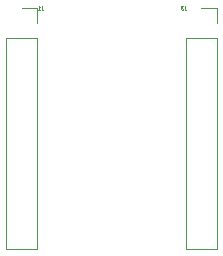
<source format=gbo>
G04 #@! TF.GenerationSoftware,KiCad,Pcbnew,(5.1.12)-1*
G04 #@! TF.CreationDate,2022-08-19T23:51:52+09:00*
G04 #@! TF.ProjectId,main,6d61696e-2e6b-4696-9361-645f70636258,rev?*
G04 #@! TF.SameCoordinates,PX7e5ca20PY5e39180*
G04 #@! TF.FileFunction,Legend,Bot*
G04 #@! TF.FilePolarity,Positive*
%FSLAX46Y46*%
G04 Gerber Fmt 4.6, Leading zero omitted, Abs format (unit mm)*
G04 Created by KiCad (PCBNEW (5.1.12)-1) date 2022-08-19 23:51:52*
%MOMM*%
%LPD*%
G01*
G04 APERTURE LIST*
%ADD10C,0.120000*%
%ADD11C,0.075000*%
%ADD12O,1.900000X1.900000*%
G04 APERTURE END LIST*
D10*
G04 #@! TO.C,J3*
X16930000Y-250000D02*
X15600000Y-250000D01*
X16930000Y-1580000D02*
X16930000Y-250000D01*
X16930000Y-2850000D02*
X14270000Y-2850000D01*
X14270000Y-2850000D02*
X14270000Y-20690000D01*
X16930000Y-2850000D02*
X16930000Y-20690000D01*
X16930000Y-20690000D02*
X14270000Y-20690000D01*
G04 #@! TO.C,J1*
X1730000Y-270000D02*
X400000Y-270000D01*
X1730000Y-1600000D02*
X1730000Y-270000D01*
X1730000Y-2870000D02*
X-930000Y-2870000D01*
X-930000Y-2870000D02*
X-930000Y-20710000D01*
X1730000Y-2870000D02*
X1730000Y-20710000D01*
X1730000Y-20710000D02*
X-930000Y-20710000D01*
G04 #@! TO.C,J3*
D11*
X14200000Y-135714D02*
X14200000Y-350000D01*
X14214285Y-392857D01*
X14242857Y-421428D01*
X14285714Y-435714D01*
X14314285Y-435714D01*
X14085714Y-135714D02*
X13900000Y-135714D01*
X14000000Y-250000D01*
X13957142Y-250000D01*
X13928571Y-264285D01*
X13914285Y-278571D01*
X13900000Y-307142D01*
X13900000Y-378571D01*
X13914285Y-407142D01*
X13928571Y-421428D01*
X13957142Y-435714D01*
X14042857Y-435714D01*
X14071428Y-421428D01*
X14085714Y-407142D01*
G04 #@! TO.C,J1*
X2100000Y-135714D02*
X2100000Y-350000D01*
X2114285Y-392857D01*
X2142857Y-421428D01*
X2185714Y-435714D01*
X2214285Y-435714D01*
X1800000Y-435714D02*
X1971428Y-435714D01*
X1885714Y-435714D02*
X1885714Y-135714D01*
X1914285Y-178571D01*
X1942857Y-207142D01*
X1971428Y-221428D01*
G04 #@! TD*
%LPC*%
D12*
G04 #@! TO.C,J3*
X15600000Y-19360000D03*
X15600000Y-16820000D03*
X15600000Y-14280000D03*
X15600000Y-11740000D03*
X15600000Y-9200000D03*
X15600000Y-6660000D03*
X15600000Y-4120000D03*
G36*
G01*
X16550000Y-730000D02*
X16550000Y-2430000D01*
G75*
G02*
X16450000Y-2530000I-100000J0D01*
G01*
X14750000Y-2530000D01*
G75*
G02*
X14650000Y-2430000I0J100000D01*
G01*
X14650000Y-730000D01*
G75*
G02*
X14750000Y-630000I100000J0D01*
G01*
X16450000Y-630000D01*
G75*
G02*
X16550000Y-730000I0J-100000D01*
G01*
G37*
G04 #@! TD*
G04 #@! TO.C,J1*
X400000Y-19380000D03*
X400000Y-16840000D03*
X400000Y-14300000D03*
X400000Y-11760000D03*
X400000Y-9220000D03*
X400000Y-6680000D03*
X400000Y-4140000D03*
G36*
G01*
X1350000Y-750000D02*
X1350000Y-2450000D01*
G75*
G02*
X1250000Y-2550000I-100000J0D01*
G01*
X-450000Y-2550000D01*
G75*
G02*
X-550000Y-2450000I0J100000D01*
G01*
X-550000Y-750000D01*
G75*
G02*
X-450000Y-650000I100000J0D01*
G01*
X1250000Y-650000D01*
G75*
G02*
X1350000Y-750000I0J-100000D01*
G01*
G37*
G04 #@! TD*
M02*

</source>
